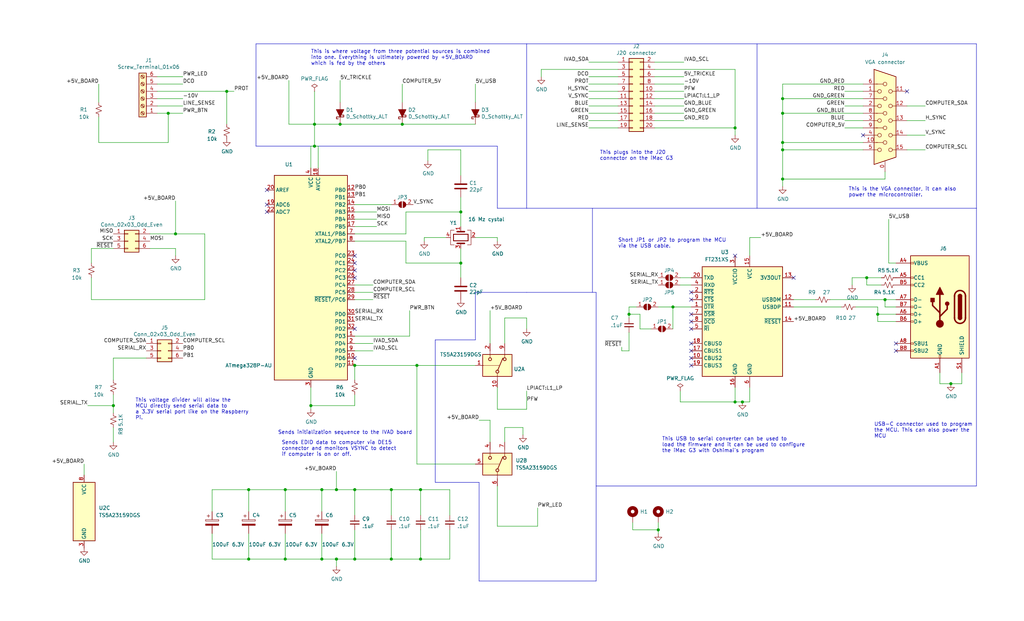
<source format=kicad_sch>
(kicad_sch (version 20230121) (generator eeschema)
  (paper "USLegal")
  (title_block (title "iMac G3 333 Mhz Slot Loading Power and Video Board SMD") (date "2023-08-31") (rev "SMD 1.0.0") (comment 1 "and control other functions. Also sends EDID to computer") (comment 2 "used to send the i2c IVAD inititialization sequence and the EDID info to the computer") (comment 3 "Powers atmega328p fromJ20, from the VGA cable and USB") (comment 4 "Rocky Hill"))
  (junction (at 118.11 43.18))
  (junction (at 255.27 44.45))
  (junction (at 233.68 106.68))
  (junction (at 78.74 31.75))
  (junction (at 139.7 43.18))
  (junction (at 160.02 73.66))
  (junction (at 144.78 127))
  (junction (at 271.78 52.07))
  (junction (at 86.36 170.18))
  (junction (at 146.05 194.31))
  (junction (at 304.8 109.22))
  (junction (at 228.6 184.15))
  (junction (at 123.19 127))
  (junction (at 99.06 194.31))
  (junction (at 135.89 170.18))
  (junction (at 109.22 43.18))
  (junction (at 58.42 39.37))
  (junction (at 307.34 104.14))
  (junction (at 111.76 170.18))
  (junction (at 86.36 194.31))
  (junction (at 123.19 170.18))
  (junction (at 39.37 140.97))
  (junction (at 300.99 96.52))
  (junction (at 60.96 81.28))
  (junction (at 271.78 39.37))
  (junction (at 123.19 194.31))
  (junction (at 116.84 194.31))
  (junction (at 146.05 170.18))
  (junction (at 257.81 139.7))
  (junction (at 255.27 139.7))
  (junction (at 160.02 91.44))
  (junction (at 271.78 62.23))
  (junction (at 271.78 49.53))
  (junction (at 99.06 170.18))
  (junction (at 218.44 109.22))
  (junction (at 271.78 34.29))
  (junction (at 111.76 194.31))
  (junction (at 330.2 133.35))
  (junction (at 116.84 170.18))
  (junction (at 135.89 194.31))
  (junction (at 107.95 140.97))
  (junction (at 109.22 50.8))
  (no_connect (at 240.03 124.46))
  (no_connect (at 275.59 96.52))
  (no_connect (at 240.03 114.3))
  (no_connect (at 123.19 91.44))
  (no_connect (at 311.15 119.38))
  (no_connect (at 240.03 109.22))
  (no_connect (at 240.03 121.92))
  (no_connect (at 311.15 121.92))
  (no_connect (at 240.03 111.76))
  (no_connect (at 123.19 96.52))
  (no_connect (at 255.27 88.9))
  (no_connect (at 299.72 46.99))
  (no_connect (at 92.71 73.66))
  (no_connect (at 240.03 101.6))
  (no_connect (at 92.71 66.04))
  (no_connect (at 314.96 31.75))
  (no_connect (at 240.03 104.14))
  (no_connect (at 123.19 114.3))
  (no_connect (at 240.03 127))
  (no_connect (at 92.71 71.12))
  (no_connect (at 123.19 124.46))
  (no_connect (at 123.19 88.9))
  (no_connect (at 123.19 93.98))
  (no_connect (at 240.03 119.38))
  (wire (pts (xy 135.89 170.18) (xy 135.89 179.07)))
  (wire (pts (xy 144.78 161.29) (xy 165.1 161.29)))
  (wire (pts (xy 271.78 39.37) (xy 299.72 39.37)))
  (polyline (pts (xy 165.1 118.11) (xy 151.13 118.11)))
  (wire (pts (xy 123.19 194.31) (xy 135.89 194.31)))
  (wire (pts (xy 116.84 163.83) (xy 116.84 170.18)))
  (wire (pts (xy 110.49 58.42) (xy 110.49 50.8)))
  (wire (pts (xy 142.24 107.95) (xy 142.24 116.84)))
  (wire (pts (xy 86.36 170.18) (xy 73.66 170.18)))
  (wire (pts (xy 29.21 161.29) (xy 29.21 165.1)))
  (wire (pts (xy 165.1 43.18) (xy 139.7 43.18)))
  (wire (pts (xy 116.84 170.18) (xy 123.19 170.18)))
  (wire (pts (xy 54.61 34.29) (xy 63.5 34.29)))
  (polyline (pts (xy 166.37 201.93) (xy 207.01 201.93)))
  (wire (pts (xy 144.78 127) (xy 165.1 127)))
  (wire (pts (xy 170.18 146.05) (xy 170.18 153.67)))
  (wire (pts (xy 139.7 43.18) (xy 118.11 43.18)))
  (wire (pts (xy 214.63 44.45) (xy 204.47 44.45)))
  (wire (pts (xy 233.68 106.68) (xy 233.68 114.3)))
  (wire (pts (xy 314.96 36.83) (xy 321.31 36.83)))
  (polyline (pts (xy 151.13 118.11) (xy 151.13 167.64)))
  (wire (pts (xy 218.44 106.68) (xy 218.44 109.22)))
  (wire (pts (xy 293.37 36.83) (xy 299.72 36.83)))
  (wire (pts (xy 228.6 184.15) (xy 228.6 185.42)))
  (wire (pts (xy 204.47 21.59) (xy 214.63 21.59)))
  (wire (pts (xy 260.35 134.62) (xy 260.35 139.7)))
  (wire (pts (xy 146.05 170.18) (xy 146.05 179.07)))
  (wire (pts (xy 219.71 181.61) (xy 219.71 184.15)))
  (wire (pts (xy 86.36 185.42) (xy 86.36 194.31)))
  (wire (pts (xy 31.75 86.36) (xy 31.75 91.44)))
  (wire (pts (xy 100.33 43.18) (xy 109.22 43.18)))
  (wire (pts (xy 293.37 31.75) (xy 299.72 31.75)))
  (wire (pts (xy 50.8 124.46) (xy 39.37 124.46)))
  (wire (pts (xy 204.47 34.29) (xy 214.63 34.29)))
  (wire (pts (xy 311.15 111.76) (xy 304.8 111.76)))
  (wire (pts (xy 63.5 39.37) (xy 58.42 39.37)))
  (wire (pts (xy 175.26 110.49) (xy 182.88 110.49)))
  (wire (pts (xy 109.22 31.75) (xy 109.22 43.18)))
  (wire (pts (xy 60.96 86.36) (xy 60.96 88.9)))
  (wire (pts (xy 300.99 99.06) (xy 300.99 96.52)))
  (wire (pts (xy 86.36 170.18) (xy 99.06 170.18)))
  (wire (pts (xy 237.49 39.37) (xy 227.33 39.37)))
  (wire (pts (xy 237.49 31.75) (xy 227.33 31.75)))
  (wire (pts (xy 86.36 194.31) (xy 99.06 194.31)))
  (wire (pts (xy 227.33 26.67) (xy 237.49 26.67)))
  (wire (pts (xy 99.06 185.42) (xy 99.06 194.31)))
  (wire (pts (xy 307.34 59.69) (xy 307.34 62.23)))
  (wire (pts (xy 326.39 133.35) (xy 330.2 133.35)))
  (wire (pts (xy 123.19 101.6) (xy 129.54 101.6)))
  (wire (pts (xy 107.95 134.62) (xy 107.95 140.97)))
  (wire (pts (xy 111.76 170.18) (xy 111.76 177.8)))
  (polyline (pts (xy 172.72 50.8) (xy 172.72 72.39)))
  (wire (pts (xy 31.75 104.14) (xy 71.12 104.14)))
  (wire (pts (xy 73.66 185.42) (xy 73.66 194.31)))
  (wire (pts (xy 182.88 135.89) (xy 182.88 142.24)))
  (wire (pts (xy 255.27 139.7) (xy 257.81 139.7)))
  (wire (pts (xy 140.97 81.28) (xy 140.97 73.66)))
  (wire (pts (xy 222.25 114.3) (xy 222.25 109.22)))
  (wire (pts (xy 255.27 24.13) (xy 255.27 44.45)))
  (wire (pts (xy 107.95 140.97) (xy 107.95 142.24)))
  (wire (pts (xy 175.26 119.38) (xy 175.26 110.49)))
  (wire (pts (xy 54.61 31.75) (xy 78.74 31.75)))
  (wire (pts (xy 116.84 194.31) (xy 123.19 194.31)))
  (wire (pts (xy 172.72 142.24) (xy 182.88 142.24)))
  (wire (pts (xy 271.78 29.21) (xy 271.78 34.29)))
  (wire (pts (xy 172.72 82.55) (xy 172.72 83.82)))
  (wire (pts (xy 308.61 76.2) (xy 308.61 91.44)))
  (wire (pts (xy 123.19 184.15) (xy 123.19 194.31)))
  (wire (pts (xy 154.94 82.55) (xy 147.32 82.55)))
  (wire (pts (xy 308.61 91.44) (xy 311.15 91.44)))
  (wire (pts (xy 228.6 181.61) (xy 228.6 184.15)))
  (wire (pts (xy 227.33 21.59) (xy 237.49 21.59)))
  (wire (pts (xy 165.1 29.21) (xy 165.1 35.56)))
  (wire (pts (xy 111.76 194.31) (xy 99.06 194.31)))
  (wire (pts (xy 31.75 96.52) (xy 31.75 104.14)))
  (wire (pts (xy 160.02 96.52) (xy 160.02 91.44)))
  (wire (pts (xy 227.33 24.13) (xy 255.27 24.13)))
  (wire (pts (xy 297.18 106.68) (xy 304.8 106.68)))
  (wire (pts (xy 255.27 44.45) (xy 255.27 46.99)))
  (wire (pts (xy 135.89 170.18) (xy 146.05 170.18)))
  (wire (pts (xy 58.42 49.53) (xy 58.42 39.37)))
  (wire (pts (xy 123.19 170.18) (xy 135.89 170.18)))
  (wire (pts (xy 39.37 140.97) (xy 39.37 143.51)))
  (wire (pts (xy 186.69 182.88) (xy 186.69 176.53)))
  (wire (pts (xy 271.78 52.07) (xy 299.72 52.07)))
  (wire (pts (xy 73.66 194.31) (xy 86.36 194.31)))
  (wire (pts (xy 271.78 49.53) (xy 299.72 49.53)))
  (wire (pts (xy 307.34 104.14) (xy 311.15 104.14)))
  (wire (pts (xy 146.05 170.18) (xy 156.21 170.18)))
  (wire (pts (xy 123.19 116.84) (xy 142.24 116.84)))
  (wire (pts (xy 314.96 41.91) (xy 321.31 41.91)))
  (wire (pts (xy 107.95 58.42) (xy 107.95 50.8)))
  (wire (pts (xy 30.48 140.97) (xy 39.37 140.97)))
  (wire (pts (xy 227.33 29.21) (xy 237.49 29.21)))
  (wire (pts (xy 123.19 81.28) (xy 140.97 81.28)))
  (polyline (pts (xy 151.13 167.64) (xy 166.37 167.64)))
  (wire (pts (xy 135.89 184.15) (xy 135.89 194.31)))
  (wire (pts (xy 71.12 104.14) (xy 71.12 81.28)))
  (wire (pts (xy 218.44 121.92) (xy 215.9 121.92)))
  (polyline (pts (xy 207.01 168.91) (xy 339.09 168.91)))
  (wire (pts (xy 219.71 184.15) (xy 228.6 184.15)))
  (wire (pts (xy 271.78 34.29) (xy 299.72 34.29)))
  (wire (pts (xy 123.19 119.38) (xy 129.54 119.38)))
  (wire (pts (xy 111.76 194.31) (xy 116.84 194.31)))
  (wire (pts (xy 160.02 52.07) (xy 148.59 52.07)))
  (wire (pts (xy 156.21 170.18) (xy 156.21 179.07)))
  (wire (pts (xy 160.02 60.96) (xy 160.02 52.07)))
  (polyline (pts (xy 165.1 101.6) (xy 165.1 118.11)))
  (wire (pts (xy 123.19 104.14) (xy 129.54 104.14)))
  (wire (pts (xy 275.59 106.68) (xy 292.1 106.68)))
  (wire (pts (xy 60.96 81.28) (xy 60.96 69.85)))
  (wire (pts (xy 304.8 106.68) (xy 304.8 109.22)))
  (wire (pts (xy 240.03 106.68) (xy 233.68 106.68)))
  (wire (pts (xy 52.07 86.36) (xy 60.96 86.36)))
  (wire (pts (xy 226.06 114.3) (xy 222.25 114.3)))
  (polyline (pts (xy 88.9 50.8) (xy 172.72 50.8)))
  (polyline (pts (xy 182.88 101.6) (xy 165.1 101.6)))
  (wire (pts (xy 146.05 184.15) (xy 146.05 194.31)))
  (wire (pts (xy 236.22 99.06) (xy 240.03 99.06)))
  (wire (pts (xy 107.95 140.97) (xy 123.19 140.97)))
  (wire (pts (xy 218.44 115.57) (xy 218.44 121.92)))
  (wire (pts (xy 227.33 36.83) (xy 237.49 36.83)))
  (wire (pts (xy 166.37 146.05) (xy 170.18 146.05)))
  (wire (pts (xy 326.39 129.54) (xy 326.39 133.35)))
  (wire (pts (xy 130.81 73.66) (xy 123.19 73.66)))
  (wire (pts (xy 271.78 52.07) (xy 271.78 62.23)))
  (wire (pts (xy 63.5 36.83) (xy 54.61 36.83)))
  (wire (pts (xy 123.19 137.16) (xy 123.19 140.97)))
  (wire (pts (xy 52.07 81.28) (xy 60.96 81.28)))
  (polyline (pts (xy 262.89 15.24) (xy 262.89 72.39)))
  (wire (pts (xy 71.12 81.28) (xy 60.96 81.28)))
  (wire (pts (xy 160.02 91.44) (xy 160.02 86.36)))
  (wire (pts (xy 293.37 41.91) (xy 299.72 41.91)))
  (wire (pts (xy 295.91 96.52) (xy 295.91 99.06)))
  (wire (pts (xy 109.22 50.8) (xy 110.49 50.8)))
  (wire (pts (xy 187.96 24.13) (xy 187.96 26.67)))
  (wire (pts (xy 54.61 29.21) (xy 63.5 29.21)))
  (wire (pts (xy 334.01 133.35) (xy 330.2 133.35)))
  (wire (pts (xy 311.15 106.68) (xy 307.34 106.68)))
  (wire (pts (xy 237.49 34.29) (xy 227.33 34.29)))
  (wire (pts (xy 233.68 106.68) (xy 228.6 106.68)))
  (wire (pts (xy 54.61 26.67) (xy 63.5 26.67)))
  (polyline (pts (xy 205.74 72.39) (xy 205.74 101.6)))
  (wire (pts (xy 187.96 24.13) (xy 214.63 24.13)))
  (wire (pts (xy 107.95 50.8) (xy 109.22 50.8)))
  (wire (pts (xy 214.63 41.91) (xy 204.47 41.91)))
  (polyline (pts (xy 182.88 15.24) (xy 182.88 72.39)))
  (wire (pts (xy 314.96 46.99) (xy 321.31 46.99)))
  (wire (pts (xy 182.88 110.49) (xy 182.88 114.3)))
  (wire (pts (xy 165.1 82.55) (xy 172.72 82.55)))
  (wire (pts (xy 264.16 82.55) (xy 260.35 82.55)))
  (wire (pts (xy 271.78 29.21) (xy 299.72 29.21)))
  (wire (pts (xy 214.63 36.83) (xy 204.47 36.83)))
  (wire (pts (xy 271.78 49.53) (xy 271.78 52.07)))
  (wire (pts (xy 123.19 127) (xy 144.78 127)))
  (wire (pts (xy 58.42 39.37) (xy 54.61 39.37)))
  (wire (pts (xy 218.44 109.22) (xy 218.44 110.49)))
  (wire (pts (xy 130.81 78.74) (xy 123.19 78.74)))
  (wire (pts (xy 39.37 148.59) (xy 39.37 153.67)))
  (wire (pts (xy 271.78 34.29) (xy 271.78 39.37)))
  (wire (pts (xy 39.37 86.36) (xy 31.75 86.36)))
  (wire (pts (xy 156.21 184.15) (xy 156.21 194.31)))
  (polyline (pts (xy 172.72 72.39) (xy 182.88 72.39)))
  (wire (pts (xy 260.35 139.7) (xy 257.81 139.7)))
  (wire (pts (xy 116.84 194.31) (xy 116.84 196.85)))
  (wire (pts (xy 73.66 170.18) (xy 73.66 177.8)))
  (wire (pts (xy 109.22 43.18) (xy 109.22 50.8)))
  (wire (pts (xy 160.02 68.58) (xy 160.02 73.66)))
  (polyline (pts (xy 339.09 15.24) (xy 339.09 72.39)))
  (polyline (pts (xy 339.09 72.39) (xy 182.88 72.39)))
  (wire (pts (xy 140.97 83.82) (xy 140.97 91.44)))
  (wire (pts (xy 78.74 31.75) (xy 81.28 31.75)))
  (wire (pts (xy 148.59 52.07) (xy 148.59 55.88)))
  (wire (pts (xy 135.89 71.12) (xy 123.19 71.12)))
  (wire (pts (xy 300.99 96.52) (xy 295.91 96.52)))
  (wire (pts (xy 160.02 73.66) (xy 160.02 78.74)))
  (wire (pts (xy 227.33 41.91) (xy 237.49 41.91)))
  (wire (pts (xy 34.29 40.64) (xy 34.29 49.53)))
  (wire (pts (xy 147.32 82.55) (xy 147.32 83.82)))
  (wire (pts (xy 271.78 62.23) (xy 271.78 64.77)))
  (wire (pts (xy 39.37 124.46) (xy 39.37 132.08)))
  (wire (pts (xy 214.63 26.67) (xy 204.47 26.67)))
  (wire (pts (xy 123.19 132.08) (xy 123.19 127)))
  (wire (pts (xy 172.72 182.88) (xy 186.69 182.88)))
  (wire (pts (xy 156.21 194.31) (xy 146.05 194.31)))
  (wire (pts (xy 39.37 137.16) (xy 39.37 140.97)))
  (wire (pts (xy 170.18 107.95) (xy 170.18 119.38)))
  (wire (pts (xy 172.72 134.62) (xy 172.72 142.24)))
  (wire (pts (xy 144.78 161.29) (xy 144.78 127)))
  (wire (pts (xy 304.8 111.76) (xy 304.8 109.22)))
  (wire (pts (xy 181.61 148.59) (xy 181.61 151.13)))
  (wire (pts (xy 214.63 29.21) (xy 204.47 29.21)))
  (wire (pts (xy 100.33 27.94) (xy 100.33 43.18)))
  (polyline (pts (xy 182.88 101.6) (xy 207.01 101.6)))
  (wire (pts (xy 123.19 170.18) (xy 123.19 179.07)))
  (wire (pts (xy 109.22 43.18) (xy 118.11 43.18)))
  (polyline (pts (xy 207.01 201.93) (xy 207.01 168.91)))
  (wire (pts (xy 130.81 76.2) (xy 123.19 76.2)))
  (wire (pts (xy 255.27 134.62) (xy 255.27 139.7)))
  (wire (pts (xy 306.07 99.06) (xy 300.99 99.06)))
  (wire (pts (xy 271.78 39.37) (xy 271.78 49.53)))
  (wire (pts (xy 111.76 185.42) (xy 111.76 194.31)))
  (wire (pts (xy 78.74 43.18) (xy 78.74 31.75)))
  (wire (pts (xy 86.36 170.18) (xy 86.36 177.8)))
  (wire (pts (xy 275.59 104.14) (xy 283.21 104.14)))
  (polyline (pts (xy 182.88 15.24) (xy 339.09 15.24)))
  (wire (pts (xy 215.9 121.92) (xy 215.9 120.65)))
  (wire (pts (xy 293.37 44.45) (xy 299.72 44.45)))
  (wire (pts (xy 314.96 52.07) (xy 321.31 52.07)))
  (wire (pts (xy 240.03 96.52) (xy 236.22 96.52)))
  (wire (pts (xy 204.47 31.75) (xy 214.63 31.75)))
  (polyline (pts (xy 88.9 15.24) (xy 88.9 50.8)))
  (wire (pts (xy 222.25 109.22) (xy 218.44 109.22)))
  (wire (pts (xy 146.05 194.31) (xy 135.89 194.31)))
  (wire (pts (xy 123.19 83.82) (xy 140.97 83.82)))
  (wire (pts (xy 306.07 96.52) (xy 300.99 96.52)))
  (wire (pts (xy 99.06 177.8) (xy 99.06 170.18)))
  (wire (pts (xy 271.78 62.23) (xy 307.34 62.23)))
  (polyline (pts (xy 339.09 168.91) (xy 339.09 72.39)))
  (wire (pts (xy 288.29 104.14) (xy 307.34 104.14)))
  (wire (pts (xy 34.29 49.53) (xy 58.42 49.53)))
  (wire (pts (xy 123.19 121.92) (xy 129.54 121.92)))
  (wire (pts (xy 118.11 27.94) (xy 118.11 35.56)))
  (wire (pts (xy 236.22 135.89) (xy 236.22 139.7)))
  (wire (pts (xy 175.26 153.67) (xy 175.26 148.59)))
  (wire (pts (xy 334.01 129.54) (xy 334.01 133.35)))
  (polyline (pts (xy 166.37 167.64) (xy 166.37 201.93)))
  (wire (pts (xy 139.7 29.21) (xy 139.7 35.56)))
  (wire (pts (xy 175.26 148.59) (xy 181.61 148.59)))
  (wire (pts (xy 111.76 170.18) (xy 116.84 170.18)))
  (wire (pts (xy 123.19 99.06) (xy 129.54 99.06)))
  (wire (pts (xy 227.33 44.45) (xy 255.27 44.45)))
  (polyline (pts (xy 182.88 15.24) (xy 88.9 15.24)))
  (wire (pts (xy 236.22 139.7) (xy 255.27 139.7)))
  (wire (pts (xy 304.8 109.22) (xy 311.15 109.22)))
  (wire (pts (xy 218.44 106.68) (xy 220.98 106.68)))
  (wire (pts (xy 307.34 106.68) (xy 307.34 104.14)))
  (wire (pts (xy 140.97 73.66) (xy 160.02 73.66)))
  (wire (pts (xy 172.72 168.91) (xy 172.72 182.88)))
  (polyline (pts (xy 207.01 101.6) (xy 207.01 168.91)))
  (wire (pts (xy 34.29 29.21) (xy 34.29 35.56)))
  (wire (pts (xy 99.06 170.18) (xy 111.76 170.18)))
  (wire (pts (xy 140.97 91.44) (xy 160.02 91.44)))
  (wire (pts (xy 260.35 82.55) (xy 260.35 88.9)))
  (wire (pts (xy 204.47 39.37) (xy 214.63 39.37)))
  (text "USB-C connector used to program\nthe MCU. This can also power the\nMCU" (at 303.53 152.4 0) (effects (font (size 1.27 1.27)) (justify left bottom)))
  (text "This is the VGA connector, it can also\npower the microcontroller." (at 294.64 68.58 0) (effects (font (size 1.27 1.27)) (justify left bottom)))
  (text "This is where voltage from three potential sources is combined\ninto one. Everything is ultimately powered by +5V_BOARD\nwhich is fed by the others" (at 107.95 22.86 0) (effects (font (size 1.27 1.27)) (justify left bottom)))
  (text "Sends EDID data to computer via DE15\nconnector and monitors VSYNC to detect\nif computer is on or off." (at 97.79 158.75 0) (effects (font (size 1.27 1.27)) (justify left bottom)))
  (text "This plugs into the J20\nconnector on the iMac G3" (at 208.28 55.88 0) (effects (font (size 1.27 1.27)) (justify left bottom)))
  (text "This USB to serial converter can be used to \nload the firmware and it can be used to configure\nthe iMac G3 with Oshimai's program" (at 229.87 157.48 0) (effects (font (size 1.27 1.27)) (justify left bottom)))
  (text "Short JP1 or JP2 to program the MCU\nvia the USB cable." (at 214.63 86.36 0) (effects (font (size 1.27 1.27)) (justify left bottom)))
  (text "This voltage divider will allow the\nMCU directly send serial data to\na 3.3V serial port like on the Raspberry\nPi." (at 46.99 146.05 0) (effects (font (size 1.27 1.27)) (justify left bottom)))
  (text "Sends initialization sequence to the IVAD board" (at 96.52 151.13 0) (effects (font (size 1.27 1.27)) (justify left bottom)))
  (label "+5V_BOARD" (at 116.84 163.83 180))
  (label "LPIACT:L1_LP" (at 237.49 34.29 0))
  (label "COMPUTER_SCL" (at 129.54 101.6 0))
  (label "-10V" (at 63.5 34.29 0))
  (label "PFW" (at 237.49 31.75 0))
  (label "+5V_BOARD" (at 29.21 161.29 180))
  (label "SERIAL_RX" (at 123.19 109.22 0))
  (label "PWR_BTN" (at 63.5 39.37 0))
  (label "COMPUTER_5V" (at 139.7 29.21 0))
  (label "H_SYNC" (at 321.31 41.91 0))
  (label "DCO" (at 204.47 26.67 180))
  (label "+5V_BOARD" (at 264.16 82.55 0))
  (label "SCK" (at 130.81 78.74 0))
  (label "COMPUTER_SDA" (at 129.54 99.06 0))
  (label "+5V_BOARD" (at 166.37 146.05 180))
  (label "PWR_LED" (at 186.69 176.53 0))
  (label "H_SYNC" (at 204.47 31.75 180))
  (label "PB1" (at 63.5 124.46 0))
  (label "LINE_SENSE" (at 63.5 36.83 0))
  (label "LINE_SENSE" (at 204.47 44.45 180))
  (label "~{RESET}" (at 39.37 86.36 180))
  (label "SERIAL_TX" (at 30.48 140.97 180))
  (label "GND_BLUE" (at 293.37 39.37 180))
  (label "5V_TRICKLE" (at 237.49 26.67 0))
  (label "+5V_BOARD" (at 100.33 27.94 180))
  (label "PWR_BTN" (at 142.24 107.95 0))
  (label "GND_RED" (at 237.49 41.91 0))
  (label "-10V" (at 237.49 29.21 0))
  (label "V_SYNC" (at 321.31 46.99 0))
  (label "GND_RED" (at 293.37 29.21 180))
  (label "SERIAL_RX" (at 50.8 121.92 180))
  (label "PFW" (at 182.88 139.7 0))
  (label "PB0" (at 63.5 121.92 0))
  (label "GREEN" (at 293.37 36.83 180))
  (label "5V_TRICKLE" (at 118.11 27.94 0))
  (label "5V_USB" (at 165.1 29.21 0))
  (label "5V_USB" (at 308.61 76.2 0))
  (label "IVAD_SCL" (at 129.54 121.92 0))
  (label "SERIAL_TX" (at 123.19 111.76 0))
  (label "+5V_BOARD" (at 34.29 29.21 180))
  (label "IVAD_SDA" (at 129.54 119.38 0))
  (label "+5V_BOARD" (at 275.59 111.76 0))
  (label "V_SYNC" (at 143.51 71.12 0))
  (label "PROT" (at 204.47 29.21 180))
  (label "IVAD_SCL" (at 237.49 21.59 0))
  (label "~{RESET}" (at 129.54 104.14 0))
  (label "BLUE" (at 204.47 36.83 180))
  (label "GND_BLUE" (at 237.49 36.83 0))
  (label "PROT" (at 81.28 31.75 0))
  (label "~{RESET}" (at 215.9 120.65 180))
  (label "SERIAL_TX" (at 228.6 99.06 180))
  (label "PWR_LED" (at 63.5 26.67 0))
  (label "RED" (at 204.47 41.91 180))
  (label "BLUE" (at 293.37 41.91 180))
  (label "COMPUTER_SCL" (at 63.5 119.38 0))
  (label "GREEN" (at 204.47 39.37 180))
  (label "MOSI" (at 130.81 73.66 0))
  (label "COMPUTER_SDA" (at 321.31 36.83 0))
  (label "+5V_BOARD" (at 170.18 107.95 0))
  (label "V_SYNC" (at 204.47 34.29 180))
  (label "IVAD_SDA" (at 204.47 21.59 180))
  (label "COMPUTER_SCL" (at 321.31 52.07 0))
  (label "COMPUTER_SDA" (at 50.8 119.38 180))
  (label "MISO" (at 39.37 81.28 180))
  (label "GND_GREEN" (at 237.49 39.37 0))
  (label "+5V_BOARD" (at 60.96 69.85 180))
  (label "MISO" (at 130.81 76.2 0))
  (label "PB0" (at 123.19 66.04 0))
  (label "LPIACT:L1_LP" (at 182.88 135.89 0))
  (label "MOSI" (at 52.07 83.82 0))
  (label "COMPUTER_5V" (at 293.37 44.45 180))
  (label "SCK" (at 39.37 83.82 180))
  (label "SERIAL_RX" (at 228.6 96.52 180))
  (label "DCO" (at 63.5 29.21 0))
  (label "RED" (at 293.37 31.75 180))
  (label "PB1" (at 123.19 68.58 0))
  (label "GND_GREEN" (at 293.37 34.29 180))
  (symbol (lib_id "power:GND") (at 107.95 142.24 0) (unit 1)
    (property "Reference" "#PWR09" (effects hide))
    (property "Value" "GND" (at 108.077 146.6342 0))
  )
  (symbol (lib_id "Device:C") (at 160.02 64.77 0) (unit 1)
    (property "Reference" "C1" (at 162.941 63.6016 0) (effects (justify left)))
    (property "Value" "22pF" (at 162.941 65.913 0) (effects (justify left)))
    (property "Footprint" "Capacitor_SMD:C_0805_2012Metric_Pad1.18x1.45mm_HandSolder" (effects hide))
    (property "Datasheet" "https://datasheet.lcsc.com/lcsc/1810271113_Samsung-Electro-Mechanics-CL21C220JBANNNC_C1804.pdf" (effects hide))
    (property "Vendor" "JLCPCB" (effects hide))
    (property "Vendor part#" "C1804" (effects hide))
    (property "Manufacturer part#" "CL21C220JBANNNC" (effects hide))
  )
  (symbol (lib_id "power:GND") (at 160.02 104.14 0) (unit 1)
    (property "Reference" "#PWR07" (effects hide))
    (property "Value" "GND" (at 160.147 108.5342 0))
  )
  (symbol (lib_id "power:GND") (at 187.96 26.67 0) (unit 1)
    (property "Reference" "#PWR01" (effects hide))
    (property "Value" "GND" (at 188.087 31.0642 0))
  )
  (symbol (lib_id "power:GND") (at 148.59 55.88 0) (unit 1)
    (property "Reference" "#PWR04" (effects hide))
    (property "Value" "GND" (at 148.717 60.2742 0))
  )
  (symbol (lib_id "power:GND") (at 271.78 64.77 0) (unit 1)
    (property "Reference" "#PWR06" (effects hide))
    (property "Value" "GND" (at 271.907 69.1642 0))
  )
  (symbol (lib_id "Connector_Generic:Conn_02x10_Odd_Even") (at 219.71 31.75 0) (unit 1)
    (property "Reference" "J2" (at 220.98 16.0782 0))
    (property "Value" "J20 connector" (at 220.98 18.3896 0))
    (property "Footprint" "Connector_PinHeader_2.54mm:PinHeader_2x10_P2.54mm_Vertical" (effects hide))
    (property "Datasheet" "http://suddendocs.samtec.com/prints/tsw-xxx-xx-x-x-xx-xxx-footprint.pdf" (effects hide))
    (property "Vendor" "digikey" (effects hide))
    (property "Part#" "SAM1068-10-ND" (effects hide))
  )
  (symbol (lib_id "power:GND") (at 255.27 46.99 0) (unit 1)
    (property "Reference" "#PWR03" (effects hide))
    (property "Value" "GND" (at 255.397 51.3842 0))
  )
  (symbol (lib_id "imac_g3_333mhz_slot_loading_J20_adapter_board-rescue:CP-Device") (at 73.66 181.61 0) (unit 1)
    (property "Reference" "C3" (at 74.93 179.07 0) (effects (justify left)))
    (property "Value" "100uF 6.3V" (at 73.66 189.23 0) (effects (justify left)))
    (property "Footprint" "Capacitor_Tantalum_SMD:CP_EIA-3528-21_Kemet-B_Pad1.50x2.35mm_HandSolder" (effects hide))
    (property "Datasheet" "https://datasheet.lcsc.com/lcsc/1811071223_AVX-TAJB107K006RNJ_C16133.pdf" (effects hide))
    (property "Vendor" "JLCPCB" (effects hide))
    (property "Vendor part#" "C16133" (effects hide))
    (property "Manufacturer part#" "TAJB107K006RNJ" (effects hide))
  )
  (symbol (lib_id "power:GND") (at 116.84 196.85 0) (unit 1)
    (property "Reference" "#PWR010" (effects hide))
    (property "Value" "GND" (at 116.967 201.2442 0))
  )
  (symbol (lib_id "imac_g3_333mhz_slot_loading_J20_adapter_board-rescue:D_Schottky_ALT-Device") (at 118.11 39.37 90) (unit 1)
    (property "Reference" "D1" (at 120.1166 38.2016 90) (effects (justify right)))
    (property "Value" "D_Schottky_ALT" (at 120.1166 40.513 90) (effects (justify right)))
    (property "Footprint" "Diode_SMD:D_SOD-123" (effects hide))
    (property "Datasheet" "https://datasheet.lcsc.com/lcsc/1809140216_Changjiang-Electronics-Tech--CJ-B5819W-SL_C8598.pdf" (effects hide))
    (property "Vendor" "JLCPCB" (effects hide))
    (property "Vendor part#" "C8598" (effects hide))
    (property "Manufacturer part#" "B5819W SL" (effects hide))
  )
  (symbol (lib_id "imac_g3_333mhz_slot_loading_J20_adapter_board-rescue:D_Schottky_ALT-Device") (at 139.7 39.37 90) (unit 1)
    (property "Reference" "D2" (at 141.7066 38.2016 90) (effects (justify right)))
    (property "Value" "D_Schottky_ALT" (at 141.7066 40.513 90) (effects (justify right)))
    (property "Footprint" "Diode_SMD:D_SOD-123" (effects hide))
    (property "Datasheet" "https://datasheet.lcsc.com/lcsc/1809140216_Changjiang-Electronics-Tech--CJ-B5819W-SL_C8598.pdf" (effects hide))
    (property "Vendor" "JLCPCB" (effects hide))
    (property "Vendor part#" "C8598" (effects hide))
    (property "Manufacturer part#" "B5819W SL" (effects hide))
  )
  (symbol (lib_id "Mechanical:MountingHole_Pad") (at 228.6 179.07 0) (unit 1)
    (property "Reference" "H2" (at 231.14 177.8254 0) (effects (justify left)))
    (property "Value" "MountingHole_Pad" (effects hide))
    (property "Footprint" "MountingHole:MountingHole_3.5mm_Pad" (effects hide))
  )
  (symbol (lib_id "power:GND") (at 228.6 185.42 0) (unit 1)
    (property "Reference" "#PWR011" (effects hide))
    (property "Value" "GND" (at 228.727 189.8142 0))
  )
  (symbol (lib_id "Device:R_Small_US") (at 34.29 38.1 180) (unit 1)
    (property "Reference" "R1" (at 29.083 38.1 0))
    (property "Value" "10k" (at 29.21 40.64 0))
    (property "Footprint" "Resistor_SMD:R_0805_2012Metric_Pad1.20x1.40mm_HandSolder" (effects hide))
    (property "Datasheet" "https://datasheet.lcsc.com/lcsc/1810271610_UNI-ROYAL-Uniroyal-Elec-0805W8F1002T5E_C17414.pdf" (effects hide))
    (property "Vendor" "JLCPCB" (effects hide))
    (property "Vendor part#" "C17414" (effects hide))
    (property "Manufacturer part#" "0805W8F1002T5E" (effects hide))
  )
  (symbol (lib_id "Connector:Screw_Terminal_01x06") (at 49.53 34.29 180) (unit 1)
    (property "Reference" "J1" (at 51.6128 20.955 0))
    (property "Value" "Screw_Terminal_01x06" (at 51.6128 23.2664 0))
    (property "Footprint" "TerminalBlock_Phoenix:TerminalBlock_Phoenix_PT-1,5-6-5.0-H_1x06_P5.00mm_Horizontal" (effects hide))
    (property "Datasheet" "https://media.digikey.com/pdf/Data%20Sheets/Phoenix%20Contact%20PDFs/1935200.pdf" (effects hide))
    (property "Vendor" "digikey" (effects hide))
    (property "Part#" "277-1581-ND" (effects hide))
  )
  (symbol (lib_id "Device:R_Small_US") (at 78.74 45.72 180) (unit 1)
    (property "Reference" "R2" (at 73.533 45.72 0))
    (property "Value" "10k" (at 73.66 48.26 0))
    (property "Footprint" "Resistor_SMD:R_0805_2012Metric_Pad1.20x1.40mm_HandSolder" (effects hide))
    (property "Datasheet" "https://datasheet.lcsc.com/lcsc/1810271610_UNI-ROYAL-Uniroyal-Elec-0805W8F1002T5E_C17414.pdf" (effects hide))
    (property "Vendor" "JLCPCB" (effects hide))
    (property "Vendor part#" "C17414" (effects hide))
    (property "Manufacturer part#" "0805W8F1002T5E" (effects hide))
  )
  (symbol (lib_id "Device:R_Small_US") (at 31.75 93.98 180) (unit 1)
    (property "Reference" "R3" (at 26.543 93.98 0))
    (property "Value" "10k" (at 26.67 96.52 0))
    (property "Footprint" "Resistor_SMD:R_0805_2012Metric_Pad1.20x1.40mm_HandSolder" (effects hide))
    (property "Datasheet" "https://datasheet.lcsc.com/lcsc/1810271610_UNI-ROYAL-Uniroyal-Elec-0805W8F1002T5E_C17414.pdf" (effects hide))
    (property "Vendor" "JLCPCB" (effects hide))
    (property "Vendor part#" "C17414" (effects hide))
    (property "Manufacturer part#" "0805W8F1002T5E" (effects hide))
  )
  (symbol (lib_id "power:GND") (at 78.74 48.26 0) (unit 1)
    (property "Reference" "#PWR02" (effects hide))
    (property "Value" "GND" (at 78.867 52.6542 0))
  )
  (symbol (lib_id "power:PWR_FLAG") (at 109.22 31.75 0) (unit 1)
    (property "Reference" "#FLG01" (effects hide))
    (property "Value" "PWR_FLAG" (at 109.22 27.3558 0))
  )
  (symbol (lib_id "Connector_Generic:Conn_02x03_Odd_Even") (at 44.45 83.82 0) (unit 1)
    (property "Reference" "J3" (at 45.72 75.7682 0))
    (property "Value" "Conn_02x03_Odd_Even" (at 45.72 78.0796 0))
    (property "Footprint" "Connector_PinHeader_2.54mm:PinHeader_2x03_P2.54mm_Vertical" (effects hide))
    (property "Datasheet" "https://media.digikey.com/pdf/Data%20Sheets/Wurth%20Electronics%20PDFs/Box%20Header_IDC%20Conn%20WR-BHD.pdf" (effects hide))
    (property "Vendor" "digikey" (effects hide))
    (property "Part#" "732-5394-ND" (effects hide))
  )
  (symbol (lib_id "power:GND") (at 60.96 88.9 0) (unit 1)
    (property "Reference" "#PWR05" (effects hide))
    (property "Value" "GND" (at 61.087 93.2942 0))
  )
  (symbol (lib_id "Jumper:SolderJumper_2_Open") (at 139.7 71.12 0) (unit 1)
    (property "Reference" "JP3" (at 139.7 68.58 0))
    (property "Value" "SolderJumper_2_Open" (effects hide))
    (property "Footprint" "Jumper:SolderJumper-2_P1.3mm_Open_RoundedPad1.0x1.5mm" (effects hide))
  )
  (symbol (lib_id "Mechanical:MountingHole_Pad") (at 219.71 179.07 0) (unit 1)
    (property "Reference" "H1" (at 222.25 177.8254 0) (effects (justify left)))
    (property "Value" "MountingHole_Pad" (effects hide))
    (property "Footprint" "MountingHole:MountingHole_3.5mm_Pad" (effects hide))
  )
  (symbol (lib_id "Connector_Generic:Conn_02x03_Odd_Even") (at 55.88 121.92 0) (unit 1)
    (property "Reference" "J5" (at 57.15 113.8682 0))
    (property "Value" "Conn_02x03_Odd_Even" (at 57.15 116.1796 0))
    (property "Footprint" "Connector_PinHeader_2.54mm:PinHeader_2x03_P2.54mm_Vertical" (effects hide))
    (property "Datasheet" "https://cdn.amphenol-icc.com/media/wysiwyg/files/drawing/67996.pdf" (effects hide))
    (property "Vendor" "digikey" (effects hide))
    (property "Part#" "609-3234-ND" (effects hide))
  )
  (symbol (lib_id "Device:C") (at 160.02 100.33 0) (unit 1)
    (property "Reference" "C2" (at 162.941 99.1616 0) (effects (justify left)))
    (property "Value" "22pF" (at 162.941 101.473 0) (effects (justify left)))
    (property "Footprint" "Capacitor_SMD:C_0805_2012Metric_Pad1.18x1.45mm_HandSolder" (effects hide))
    (property "Datasheet" "https://datasheet.lcsc.com/lcsc/1810271113_Samsung-Electro-Mechanics-CL21C220JBANNNC_C1804.pdf" (effects hide))
    (property "Vendor" "JLCPCB" (effects hide))
    (property "Vendor part#" "C1804" (effects hide))
    (property "Manufacturer part#" "CL21C220JBANNNC" (effects hide))
  )
  (symbol (lib_id "imac_g3_333mhz_slot_loading_J20_adapter_board-rescue:ATmega328P-AU-MCU_Microchip_ATmega") (at 107.95 96.52 0) (unit 1)
    (property "Reference" "U1" (at 100.33 57.15 0))
    (property "Value" "ATmega328P-AU" (at 86.36 127 0))
    (property "Footprint" "Package_QFP:TQFP-32_7x7mm_P0.8mm" (effects hide))
    (property "Datasheet" "http://ww1.microchip.com/downloads/en/DeviceDoc/ATmega328_P%20AVR%20MCU%20with%20picoPower%20Technology%20Data%20Sheet%2040001984A.pdf" (effects hide))
    (property "Vendor" "JLCPCB" (effects hide))
    (property "Vendor part#" "C14877" (effects hide))
    (property "Manufacturer part#" "ATMEGA328P-AU" (effects hide))
  )
  (symbol (lib_id "Device:R_Small_US") (at 123.19 134.62 180) (unit 1)
    (property "Reference" "R6" (at 117.983 134.62 0))
    (property "Value" "10k" (at 118.11 137.16 0))
    (property "Footprint" "Resistor_SMD:R_0805_2012Metric_Pad1.20x1.40mm_HandSolder" (effects hide))
    (property "Datasheet" "https://datasheet.lcsc.com/lcsc/1810271610_UNI-ROYAL-Uniroyal-Elec-0805W8F1002T5E_C17414.pdf" (effects hide))
    (property "Vendor" "JLCPCB" (effects hide))
    (property "Vendor part#" "C17414" (effects hide))
    (property "Manufacturer part#" "0805W8F1002T5E" (effects hide))
  )
  (symbol (lib_id "imac_g3_333mhz_slot_loading_J20_adapter_board-rescue:CP-Device") (at 86.36 181.61 0) (unit 1)
    (property "Reference" "C4" (at 87.63 179.07 0) (effects (justify left)))
    (property "Value" "100uF 6.3V" (at 86.36 189.23 0) (effects (justify left)))
    (property "Footprint" "Capacitor_Tantalum_SMD:CP_EIA-3528-21_Kemet-B_Pad1.50x2.35mm_HandSolder" (effects hide))
    (property "Datasheet" "https://datasheet.lcsc.com/lcsc/1811071223_AVX-TAJB107K006RNJ_C16133.pdf" (effects hide))
    (property "Vendor" "JLCPCB" (effects hide))
    (property "Vendor part#" "C16133" (effects hide))
    (property "Manufacturer part#" "TAJB107K006RNJ" (effects hide))
  )
  (symbol (lib_id "imac_g3_333mhz_slot_loading_J20_adapter_board-rescue:CP-Device") (at 99.06 181.61 0) (unit 1)
    (property "Reference" "C5" (at 100.33 179.07 0) (effects (justify left)))
    (property "Value" "100uF 6.3V" (at 99.06 189.23 0) (effects (justify left)))
    (property "Footprint" "Capacitor_Tantalum_SMD:CP_EIA-3528-21_Kemet-B_Pad1.50x2.35mm_HandSolder" (effects hide))
    (property "Datasheet" "https://datasheet.lcsc.com/lcsc/1811071223_AVX-TAJB107K006RNJ_C16133.pdf" (effects hide))
    (property "Vendor" "JLCPCB" (effects hide))
    (property "Vendor part#" "C16133" (effects hide))
    (property "Manufacturer part#" "TAJB107K006RNJ" (effects hide))
  )
  (symbol (lib_id "imac_g3_333mhz_slot_loading_J20_adapter_board-rescue:CP-Device") (at 111.76 181.61 0) (unit 1)
    (property "Reference" "C6" (at 113.03 179.07 0) (effects (justify left)))
    (property "Value" "100uF 6.3V" (at 111.76 189.23 0) (effects (justify left)))
    (property "Footprint" "Capacitor_Tantalum_SMD:CP_EIA-3528-21_Kemet-B_Pad1.50x2.35mm_HandSolder" (effects hide))
    (property "Datasheet" "https://datasheet.lcsc.com/lcsc/1811071223_AVX-TAJB107K006RNJ_C16133.pdf" (effects hide))
    (property "Vendor" "JLCPCB" (effects hide))
    (property "Vendor part#" "C16133" (effects hide))
    (property "Manufacturer part#" "TAJB107K006RNJ" (effects hide))
  )
  (symbol (lib_id "Device:Crystal_GND24") (at 160.02 82.55 270) (unit 1)
    (property "Reference" "Y1" (at 156.21 77.47 90) (effects (justify left)))
    (property "Value" "16 Mz cystal" (at 162.56 76.2 90) (effects (justify left)))
    (property "Footprint" "Crystal:Crystal_SMD_3225-4Pin_3.2x2.5mm_HandSoldering" (effects hide))
    (property "Datasheet" "https://datasheet.lcsc.com/lcsc/2103291133_Yangxing-Tech-X322516MLB4SI_C13738.pdf" (effects hide))
    (property "Vendor" "JLCPCB" (effects hide))
    (property "Vendor part#" "C13738" (effects hide))
    (property "Manufacturer part#" "X322516MLB4SI" (effects hide))
  )
  (symbol (lib_id "power:GND") (at 172.72 83.82 0) (unit 1)
    (property "Reference" "#PWR013" (effects hide))
    (property "Value" "GND" (at 172.847 88.2142 0))
  )
  (symbol (lib_id "power:GND") (at 147.32 83.82 0) (unit 1)
    (property "Reference" "#PWR012" (effects hide))
    (property "Value" "GND" (at 147.447 88.2142 0))
  )
  (symbol (lib_id "imac_g3_333mhz_slot_loading_J20_adapter_board-rescue:D_Schottky_ALT-Device") (at 165.1 39.37 90) (unit 1)
    (property "Reference" "D3" (at 167.1066 38.2016 90) (effects (justify right)))
    (property "Value" "D_Schottky_ALT" (at 167.1066 40.513 90) (effects (justify right)))
    (property "Footprint" "Diode_SMD:D_SOD-123" (effects hide))
    (property "Datasheet" "https://datasheet.lcsc.com/lcsc/1809140216_Changjiang-Electronics-Tech--CJ-B5819W-SL_C8598.pdf" (effects hide))
    (property "Vendor" "JLCPCB" (effects hide))
    (property "Vendor part#" "C8598" (effects hide))
    (property "Manufacturer part#" "B5819W SL" (effects hide))
  )
  (symbol (lib_id "power:GND") (at 182.88 114.3 0) (unit 1)
    (property "Reference" "#PWR017" (effects hide))
    (property "Value" "GND" (at 183.007 118.6942 0))
  )
  (symbol (lib_id "Jumper:SolderJumper_2_Open") (at 232.41 99.06 0) (unit 1)
    (property "Reference" "JP5" (at 232.41 101.6 0))
    (property "Value" "SolderJumper_2_Open" (effects hide))
    (property "Footprint" "Jumper:SolderJumper-2_P1.3mm_Open_RoundedPad1.0x1.5mm" (effects hide))
  )
  (symbol (lib_id "Connector:DE15_Receptacle_HighDensity_MountingHoles") (at 307.34 41.91 0) (unit 1)
    (property "Reference" "J4" (at 307.34 19.05 0))
    (property "Value" "VGA connector" (at 307.34 21.59 0))
    (property "Footprint" "Connector_Dsub:DSUB-15-HD_Female_Horizontal_P2.29x1.98mm_EdgePinOffset8.35mm_Housed_MountingHolesOffset10.89mm" (effects hide))
    (property "Datasheet" " ~" (effects hide))
    (property "Vendor" "JLCPCB" (effects hide))
    (property "Vendor part#" "C235854" (effects hide))
    (property "Manufacturer part#" "Z-SUBHRBF707A000" (effects hide))
  )
  (symbol (lib_id "Analog_Switch:TS5A23159DGS") (at 172.72 161.29 270) (mirror x) (unit 2)
    (property "Reference" "U2" (at 179.07 160.02 90) (effects (justify left)))
    (property "Value" "TS5A23159DGS" (at 179.07 162.56 90) (effects (justify left)))
    (property "Footprint" "Package_SO:VSSOP-10_3x3mm_P0.5mm" (effects hide))
    (property "Datasheet" "http://www.ti.com/lit/ds/symlink/ts5a23159.pdf" (effects hide))
    (property "Vendor" "JLCPCB" (effects hide))
    (property "Vendor part#" "C42751" (effects hide))
    (property "Manufacturer part#" "TS5A23159DGSR" (effects hide))
  )
  (symbol (lib_id "Device:R_Small_US") (at 294.64 106.68 270) (unit 1)
    (property "Reference" "R10" (at 292.1 110.49 90))
    (property "Value" "27" (at 295.91 110.49 90))
    (property "Footprint" "Resistor_SMD:R_0805_2012Metric_Pad1.20x1.40mm_HandSolder" (effects hide))
    (property "Datasheet" "https://datasheet.lcsc.com/lcsc/2206010200_UNI-ROYAL-Uniroyal-Elec-0805W8F270JT5E_C17594.pdf" (effects hide))
    (property "Vendor" "JLCPCB" (effects hide))
    (property "Vendor part#" "C17594" (effects hide))
    (property "Manufacturer part#" "0805W8F270JT5E" (effects hide))
  )
  (symbol (lib_id "Device:R_Small_US") (at 285.75 104.14 270) (unit 1)
    (property "Reference" "R9" (at 281.94 101.6 90))
    (property "Value" "27" (at 287.02 101.6 90))
    (property "Footprint" "Resistor_SMD:R_0805_2012Metric_Pad1.20x1.40mm_HandSolder" (effects hide))
    (property "Datasheet" "https://datasheet.lcsc.com/lcsc/2206010200_UNI-ROYAL-Uniroyal-Elec-0805W8F270JT5E_C17594.pdf" (effects hide))
    (property "Vendor" "JLCPCB" (effects hide))
    (property "Vendor part#" "C17594" (effects hide))
    (property "Manufacturer part#" "0805W8F270JT5E" (effects hide))
  )
  (symbol (lib_id "power:PWR_FLAG") (at 236.22 135.89 0) (unit 1)
    (property "Reference" "#FLG02" (effects hide))
    (property "Value" "PWR_FLAG" (at 236.22 131.4958 0))
  )
  (symbol (lib_id "power:GND") (at 181.61 151.13 0) (unit 1)
    (property "Reference" "#PWR018" (effects hide))
    (property "Value" "GND" (at 181.737 155.5242 0))
  )
  (symbol (lib_id "power:GND") (at 257.81 139.7 0) (unit 1)
    (property "Reference" "#PWR019" (effects hide))
    (property "Value" "GND" (at 257.937 144.0942 0))
  )
  (symbol (lib_id "power:GND") (at 39.37 153.67 0) (unit 1)
    (property "Reference" "#PWR08" (effects hide))
    (property "Value" "GND" (at 39.497 158.0642 0))
  )
  (symbol (lib_id "Device:C_Small") (at 123.19 181.61 0) (unit 1)
    (property "Reference" "C9" (at 125.73 180.3463 0) (effects (justify left)))
    (property "Value" ".1uF" (at 125.73 182.8863 0) (effects (justify left)))
    (property "Footprint" "Capacitor_SMD:C_0805_2012Metric_Pad1.18x1.45mm_HandSolder" (effects hide))
    (property "Datasheet" "https://datasheet.lcsc.com/lcsc/2304140030_Samsung-Electro-Mechanics-CL21B104KCFNNNE_C28233.pdf" (effects hide))
    (property "Vendor" "JLCPCB" (effects hide))
    (property "Vendor part#" "C28233" (effects hide))
    (property "Manufacturer part#" "CL21B104KCFNNNE" (effects hide))
  )
  (symbol (lib_id "power:GND") (at 295.91 99.06 0) (unit 1)
    (property "Reference" "#PWR014" (effects hide))
    (property "Value" "GND" (at 296.037 103.4542 0))
  )
  (symbol (lib_id "Connector:USB_C_Receptacle_USB2.0") (at 326.39 106.68 0) (mirror y) (unit 1)
    (property "Reference" "J6" (at 326.39 86.36 0) (effects (justify right)))
    (property "Value" "USB_C_Receptacle_USB2.0" (effects hide))
    (property "Footprint" "Connector_USB:USB_C_Receptacle_G-Switch_GT-USB-7010ASV" (effects hide))
    (property "Datasheet" "https://www.usb.org/sites/default/files/documents/usb_type-c.zip" (effects hide))
    (property "Vendor" "JLCPCB" (effects hide))
    (property "Vendor part#" "C2936184" (effects hide))
    (property "Manufacturer part#" "TYPE C-DB-108PWB" (effects hide))
    (property "alt vendor" "mouse" (effects hide))
    (property "alt vendor part#" "640-USB4105-GF-A" (effects hide))
  )
  (symbol (lib_id "Device:C_Small") (at 156.21 181.61 0) (unit 1)
    (property "Reference" "C12" (at 158.75 180.3463 0) (effects (justify left)))
    (property "Value" ".1uF" (at 158.75 182.8863 0) (effects (justify left)))
    (property "Footprint" "Capacitor_SMD:C_0805_2012Metric_Pad1.18x1.45mm_HandSolder" (effects hide))
    (property "Datasheet" "https://datasheet.lcsc.com/lcsc/2304140030_Samsung-Electro-Mechanics-CL21B104KCFNNNE_C28233.pdf" (effects hide))
    (property "Vendor" "JLCPCB" (effects hide))
    (property "Vendor part#" "C28233" (effects hide))
    (property "Manufacturer part#" "CL21B104KCFNNNE" (effects hide))
  )
  (symbol (lib_id "Analog_Switch:TS5A23159DGS") (at 29.21 177.8 0) (unit 3)
    (property "Reference" "U2" (at 34.29 176.53 0) (effects (justify left)))
    (property "Value" "TS5A23159DGS" (at 34.29 179.07 0) (effects (justify left)))
    (property "Footprint" "Package_SO:VSSOP-10_3x3mm_P0.5mm" (effects hide))
    (property "Datasheet" "http://www.ti.com/lit/ds/symlink/ts5a23159.pdf" (effects hide))
    (property "Vendor" "JLCPCB" (effects hide))
    (property "Vendor part#" "C42751" (effects hide))
    (property "Manufacturer part#" "TS5A23159DGSR" (effects hide))
  )
  (symbol (lib_id "Jumper:SolderJumper_2_Open") (at 232.41 96.52 0) (unit 1)
    (property "Reference" "JP4" (at 232.41 93.98 0))
    (property "Value" "SolderJumper_2_Open" (effects hide))
    (property "Footprint" "Jumper:SolderJumper-2_P1.3mm_Open_RoundedPad1.0x1.5mm" (effects hide))
  )
  (symbol (lib_id "Device:C_Small") (at 218.44 113.03 0) (unit 1)
    (property "Reference" "C7" (at 212.09 110.49 0) (effects (justify left)))
    (property "Value" ".1uF" (at 212.09 113.03 0) (effects (justify left)))
    (property "Footprint" "Capacitor_SMD:C_0805_2012Metric_Pad1.18x1.45mm_HandSolder" (effects hide))
    (property "Datasheet" "https://datasheet.lcsc.com/lcsc/2304140030_Samsung-Electro-Mechanics-CL21B104KCFNNNE_C28233.pdf" (effects hide))
    (property "Vendor" "JLCPCB" (effects hide))
    (property "Vendor part#" "C28233" (effects hide))
    (property "Manufacturer part#" "CL21B104KCFNNNE" (effects hide))
  )
  (symbol (lib_id "Device:R_Small_US") (at 39.37 134.62 180) (unit 1)
    (property "Reference" "R7" (at 34.163 134.62 0))
    (property "Value" "10k" (at 34.29 137.16 0))
    (property "Footprint" "Resistor_SMD:R_0805_2012Metric_Pad1.20x1.40mm_HandSolder" (effects hide))
    (property "Datasheet" "https://datasheet.lcsc.com/lcsc/1810271610_UNI-ROYAL-Uniroyal-Elec-0805W8F1002T5E_C17414.pdf" (effects hide))
    (property "Vendor" "JLCPCB" (effects hide))
    (property "Vendor part#" "C17414" (effects hide))
    (property "Manufacturer part#" "0805W8F1002T5E" (effects hide))
  )
  (symbol (lib_id "Jumper:SolderJumper_2_Open") (at 229.87 114.3 0) (unit 1)
    (property "Reference" "JP1" (at 229.87 111.76 0))
    (property "Value" "SolderJumper_2_Open" (effects hide))
    (property "Footprint" "Connector_PinHeader_2.54mm:PinHeader_1x02_P2.54mm_Vertical" (effects hide))
  )
  (symbol (lib_id "Device:R_Small_US") (at 39.37 146.05 0) (unit 1)
    (property "Reference" "R8" (at 41.91 149.86 90))
    (property "Value" "5.1K" (at 41.91 146.05 90))
    (property "Footprint" "Resistor_SMD:R_0805_2012Metric_Pad1.20x1.40mm_HandSolder" (effects hide))
    (property "Datasheet" "https://datasheet.lcsc.com/lcsc/1810271610_UNI-ROYAL-Uniroyal-Elec-0805W8F1002T5E_C17414.pdf" (effects hide))
    (property "Vendor" "JLCPCB" (effects hide))
    (property "Vendor part#" "C27834" (effects hide))
    (property "Manufacturer part#" "0805W8F5101T5E" (effects hide))
  )
  (symbol (lib_id "Device:R_Small_US") (at 308.61 96.52 270) (unit 1)
    (property "Reference" "R5" (at 306.07 93.98 90))
    (property "Value" "5.1K" (at 309.88 93.98 90))
    (property "Footprint" "Resistor_SMD:R_0805_2012Metric_Pad1.20x1.40mm_HandSolder" (effects hide))
    (property "Datasheet" "https://datasheet.lcsc.com/lcsc/1810271610_UNI-ROYAL-Uniroyal-Elec-0805W8F1002T5E_C17414.pdf" (effects hide))
    (property "Vendor" "JLCPCB" (effects hide))
    (property "Vendor part#" "C27834" (effects hide))
    (property "Manufacturer part#" "0805W8F5101T5E" (effects hide))
  )
  (symbol (lib_id "Analog_Switch:TS5A23159DGS") (at 172.72 127 270) (mirror x) (unit 1)
    (property "Reference" "U2" (at 180.34 128.27 90))
    (property "Value" "TS5A23159DGS" (at 160.02 123.19 90))
    (property "Footprint" "Package_SO:VSSOP-10_3x3mm_P0.5mm" (effects hide))
    (property "Datasheet" "http://www.ti.com/lit/ds/symlink/ts5a23159.pdf" (effects hide))
    (property "Vendor" "JLCPCB" (effects hide))
    (property "Vendor part#" "C42751" (effects hide))
    (property "Manufacturer part#" "TS5A23159DGSR" (effects hide))
  )
  (symbol (lib_id "power:GND") (at 29.21 190.5 0) (unit 1)
    (property "Reference" "#PWR016" (effects hide))
    (property "Value" "GND" (at 29.337 194.8942 0))
  )
  (symbol (lib_id "Interface_USB:FT231XS") (at 257.81 111.76 0) (mirror y) (unit 1)
    (property "Reference" "U3" (at 253.0759 87.63 0) (effects (justify left)))
    (property "Value" "FT231XS" (at 253.0759 90.17 0) (effects (justify left)))
    (property "Footprint" "Package_SO:SSOP-20_3.9x8.7mm_P0.635mm" (effects hide))
    (property "Datasheet" "https://www.ftdichip.com/Support/Documents/DataSheets/ICs/DS_FT231X.pdf" (effects hide))
    (property "Vendor" "JLCPCB" (effects hide))
    (property "Vendor part#" "C132160" (effects hide))
    (property "Manufacturer part#" "FT231XS-R" (effects hide))
  )
  (symbol (lib_id "Jumper:SolderJumper_2_Open") (at 224.79 106.68 0) (unit 1)
    (property "Reference" "JP2" (at 224.79 104.14 0))
    (property "Value" "SolderJumper_2_Open" (effects hide))
    (property "Footprint" "Jumper:SolderJumper-2_P1.3mm_Open_RoundedPad1.0x1.5mm" (effects hide))
  )
  (symbol (lib_id "Device:C_Small") (at 135.89 181.61 0) (unit 1)
    (property "Reference" "C10" (at 138.43 180.3463 0) (effects (justify left)))
    (property "Value" ".1uF" (at 138.43 182.8863 0) (effects (justify left)))
    (property "Footprint" "Capacitor_SMD:C_0805_2012Metric_Pad1.18x1.45mm_HandSolder" (effects hide))
    (property "Datasheet" "https://datasheet.lcsc.com/lcsc/2304140030_Samsung-Electro-Mechanics-CL21B104KCFNNNE_C28233.pdf" (effects hide))
    (property "Vendor" "JLCPCB" (effects hide))
    (property "Vendor part#" "C28233" (effects hide))
    (property "Manufacturer part#" "CL21B104KCFNNNE" (effects hide))
  )
  (symbol (lib_id "power:GND") (at 330.2 133.35 0) (unit 1)
    (property "Reference" "#PWR020" (effects hide))
    (property "Value" "GND" (at 330.327 137.7442 0))
  )
  (symbol (lib_id "Device:C_Small") (at 146.05 181.61 0) (unit 1)
    (property "Reference" "C11" (at 148.59 180.3463 0) (effects (justify left)))
    (property "Value" ".1uF" (at 148.59 182.8863 0) (effects (justify left)))
    (property "Footprint" "Capacitor_SMD:C_0805_2012Metric_Pad1.18x1.45mm_HandSolder" (effects hide))
    (property "Datasheet" "https://datasheet.lcsc.com/lcsc/2304140030_Samsung-Electro-Mechanics-CL21B104KCFNNNE_C28233.pdf" (effects hide))
    (property "Vendor" "JLCPCB" (effects hide))
    (property "Vendor part#" "C28233" (effects hide))
    (property "Manufacturer part#" "CL21B104KCFNNNE" (effects hide))
  )
  (symbol (lib_id "Device:R_Small_US") (at 308.61 99.06 270) (unit 1)
    (property "Reference" "R4" (at 304.8 101.6 90))
    (property "Value" "5.1K" (at 308.61 101.6 90))
    (property "Footprint" "Resistor_SMD:R_0805_2012Metric_Pad1.20x1.40mm_HandSolder" (effects hide))
    (property "Datasheet" "https://datasheet.lcsc.com/lcsc/1810271610_UNI-ROYAL-Uniroyal-Elec-0805W8F1002T5E_C17414.pdf" (effects hide))
    (property "Vendor" "JLCPCB" (effects hide))
    (property "Vendor part#" "C27834" (effects hide))
    (property "Manufacturer part#" "0805W8F5101T5E" (effects hide))
  )
)
</source>
